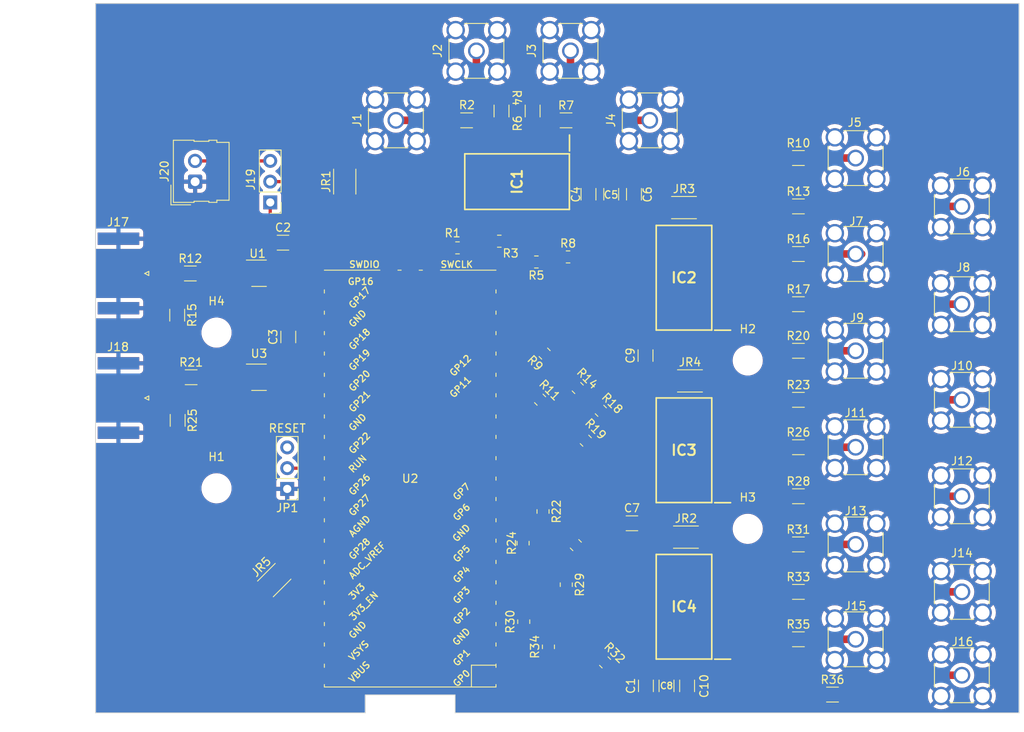
<source format=kicad_pcb>
(kicad_pcb (version 20221018) (generator pcbnew)
  (layers (0 "F.Cu" signal) (31 "B.Cu" signal) (34 "B.Paste" user) (35 "F.Paste" user) (36 "B.SilkS" user "B.Silkscreen") (37 "F.SilkS" user "F.Silkscreen") (38 "B.Mask" user) (39 "F.Mask" user) (44 "Edge.Cuts" user))
  (net 0 "")
  (net 1 "3_3V_Pico")
  (net 2 "GND")
  (net 3 "do7")
  (net 4 "do0")
  (net 5 "do15")
  (net 6 "do8")
  (net 7 "do14")
  (net 8 "do6")
  (net 9 "do9")
  (net 10 "do1")
  (net 11 "do13")
  (net 12 "do5")
  (net 13 "do10")
  (net 14 "do2")
  (net 15 "do12")
  (net 16 "do4")
  (net 17 "do3")
  (net 18 "Net-(IC1A-A0)")
  (net 20 "Net-(U2-GPIO16)")
  (net 24 "Net-(U2-GPIO20)")
  (net 38 "Net-(JP1-C)")
  (net 39 "do11")
  (net 40 "Net-(J17-In)")
  (net 41 "Net-(J18-In)")
  (net 42 "Net-(IC1A-A2)")
  (net 43 "Net-(IC1A-A4)")
  (net 44 "Net-(IC1A-A6)")
  (net 45 "Net-(IC1A-B6)")
  (net 46 "Net-(IC1A-B4)")
  (net 47 "Net-(IC1A-B2)")
  (net 48 "Net-(IC1A-B0)")
  (net 49 "Net-(IC2A-A0)")
  (net 50 "Net-(IC2A-A2)")
  (net 51 "Net-(IC2A-A4)")
  (net 52 "Net-(IC2A-A6)")
  (net 53 "Net-(IC2A-B6)")
  (net 54 "Net-(IC2A-B4)")
  (net 55 "Net-(IC2A-B2)")
  (net 56 "Net-(IC2A-B0)")
  (net 57 "Net-(IC3A-A0)")
  (net 58 "Net-(IC3A-A2)")
  (net 59 "Net-(IC3A-A4)")
  (net 60 "Net-(IC3A-A6)")
  (net 61 "Net-(IC3A-B6)")
  (net 62 "Net-(IC3A-B4)")
  (net 63 "Net-(IC3A-B2)")
  (net 64 "Net-(IC3A-B0)")
  (net 65 "Net-(IC4A-A0)")
  (net 66 "Net-(IC4A-A2)")
  (net 67 "Net-(IC4A-A4)")
  (net 68 "Net-(IC4A-A6)")
  (net 69 "Net-(IC4A-B6)")
  (net 70 "Net-(IC4A-B4)")
  (net 71 "Net-(IC4A-B2)")
  (net 72 "Net-(IC4A-B0)")
  (net 73 "Net-(R12-Pad2)")
  (net 74 "Net-(R21-Pad2)")
  (net 75 "Power  Supply")
  (net 76 "Ext. Power")
  (footprint "Resistor_SMD:R_1206_3216Metric_Pad1.30x1.75mm_HandSolder" (layer "F.Cu") (at 157.9 102.7)
    (fp_text reference "R23")
    (fp_text value "49.9")
  )
  (footprint "Capacitor_SMD:C_1206_3216Metric_Pad1.33x1.80mm_HandSolder" (layer "F.Cu") (at 137.7775 77.543 90)
    (fp_text reference "C6")
    (fp_text value "10u")
  )
  (footprint "MountingHole:MountingHole_3.2mm_M3_ISO7380" (layer "F.Cu") (at 86.699896 94.475)
    (fp_text reference "H4")
    (fp_text value "MountingHole")
  )
  (footprint "Resistor_SMD:R_1206_3216Metric_Pad1.30x1.75mm_HandSolder" (layer "F.Cu") (at 81.944 105.215 -90)
    (fp_text reference "R25")
    (fp_text value "47k")
  )
  (footprint "Resistor_SMD:R_1206_3216Metric_Pad1.30x1.75mm_HandSolder" (layer "F.Cu") (at 157.9 120.39)
    (fp_text reference "R31")
    (fp_text value "49.9")
  )
  (footprint "MountingHole:MountingHole_3.2mm_M3_ISO7380" (layer "F.Cu") (at 151.7 118.486)
    (fp_text reference "H3")
    (fp_text value "MountingHole")
  )
  (footprint "Resistor_SMD:R_0805_2012Metric_Pad1.20x1.40mm_HandSolder" (layer "F.Cu") (at 134.2448 134.8278 -45)
    (fp_text reference "R32")
    (fp_text value "10k")
  )
  (footprint "Capacitor_SMD:C_1206_3216Metric_Pad1.33x1.80mm_HandSolder" (layer "F.Cu") (at 144.281 137.7 90)
    (fp_text reference "C10")
    (fp_text value "10u")
  )
  (footprint "Resistor_SMD:R_1206_3216Metric_Pad1.30x1.75mm_HandSolder" (layer "F.Cu") (at 157.9 108.5)
    (fp_text reference "R26")
    (fp_text value "49.9")
  )
  (footprint "Connector_Coaxial:SMA_Amphenol_901-144_Vertical" (layer "F.Cu") (at 177.9 102.7 180)
    (fp_text reference "J10")
    (fp_text value "do6")
  )
  (footprint "Connector_Coaxial:SMA_Amphenol_901-144_Vertical" (layer "F.Cu") (at 177.9 91 90)
    (fp_text reference "J8")
    (fp_text value "do8")
  )
  (footprint "Resistor_SMD:R_1206_3216Metric_Pad1.30x1.75mm_HandSolder" (layer "F.Cu") (at 157.9 91)
    (fp_text reference "R17")
    (fp_text value "49.9")
  )
  (footprint "Connector_Coaxial:SMA_Amphenol_901-144_Vertical" (layer "F.Cu") (at 177.9 114.5)
    (fp_text reference "J12")
    (fp_text value "do4")
  )
  (footprint "Connector_Coaxial:SMA_Amphenol_901-144_Vertical" (layer "F.Cu") (at 108.65 68.5 90)
    (fp_text reference "J1")
    (fp_text value "do15")
  )
  (footprint "Resistor_SMD:R_0805_2012Metric_Pad1.20x1.40mm_HandSolder" (layer "F.Cu") (at 125.8374 85.8312 180)
    (fp_text reference "R5")
    (fp_text value "10k")
  )
  (footprint "Connector_Coaxial:SMA_Amphenol_132289_EdgeMount" (layer "F.Cu") (at 74.7 102.48 180)
    (fp_text reference "J18")
    (fp_text value "Ext. Clk.")
  )
  (footprint "Connector_Molex:Molex_SL_171971-0002_1x02_P2.54mm_Vertical" (layer "F.Cu") (at 84.079 76.007 90)
    (fp_text reference "J20")
    (fp_text value "EXT PWR")
  )
  (footprint "MCU_RaspberryPi_and_Boards:RPi_Pico_SMD" (layer "F.Cu") (at 110.394448 112.3375 180)
    (fp_text reference "U2")
    (fp_text value "Pico")
  )
  (footprint "Resistor_SMD:R_0805_2012Metric_Pad1.20x1.40mm_HandSolder" (layer "F.Cu") (at 121.3002 83.2912)
    (fp_text reference "R3")
    (fp_text value "10k")
  )
  (footprint "Capacitor_SMD:C_1206_3216Metric_Pad1.33x1.80mm_HandSolder" (layer "F.Cu") (at 139.241 137.7 90)
    (fp_text reference "C1")
    (fp_text value "100n")
  )
  (footprint "Resistor_SMD:R_1206_3216Metric_Pad1.30x1.75mm_HandSolder" (layer "F.Cu") (at 157.9 73.113)
    (fp_text reference "R10")
    (fp_text value "49.9")
  )
  (footprint "Resistor_SMD:R_2010_5025Metric_Pad1.40x2.65mm_HandSolder" (layer "F.Cu") (at 93.763 124.758 45)
    (fp_text reference "JR5")
    (fp_text value "0")
  )
  (footprint "Resistor_SMD:R_2010_5025Metric_Pad1.40x2.65mm_HandSolder" (layer "F.Cu") (at 143.9 79.1764)
    (fp_text reference "JR3")
    (fp_text value "0")
  )
  (footprint "Resistor_SMD:R_1206_3216Metric_Pad1.30x1.75mm_HandSolder" (layer "F.Cu") (at 157.9 79.03)
    (fp_text reference "R13")
    (fp_text value "49.9" hide)
  )
  (footprint "Resistor_SMD:R_1206_3216Metric_Pad1.30x1.75mm_HandSolder" (layer "F.Cu") (at 125.38 67.36 90)
    (fp_text reference "R6")
    (fp_text value "49.9")
  )
  (footprint "ICs:SOIC127P1032X265-20N" (layer "F.Cu") (at 143.9 128.0206 180)
    (fp_text reference "IC4")
    (fp_text value "74LVT245D,118" hide)
  )
  (footprint "Resistor_SMD:R_1206_3216Metric_Pad1.30x1.75mm_HandSolder" (layer "F.Cu") (at 117.3 68.5 180)
    (fp_text reference "R2")
    (fp_text value "49.9")
  )
  (footprint "Capacitor_SMD:C_1206_3216Metric_Pad1.33x1.80mm_HandSolder" (layer "F.Cu") (at 94.834 83.471)
    (fp_text reference "C2")
    (fp_text value "100n")
  )
  (footprint "ICs:SOIC127P1032X265-20N" (layer "F.Cu") (at 143.9 87.7616 180)
    (fp_text reference "IC2")
    (fp_text value "74LVT245D,118" hide)
  )
  (footprint "Connector_PinHeader_2.54mm:PinHeader_1x03_P2.54mm_Vertical" (layer "F.Cu") (at 95.35 113.6 180)
    (fp_text reference "JP1")
    (fp_text value "RESET")
  )
  (footprint "ICs:SOIC127P1032X265-20N" (layer "F.Cu") (at 123.4752 76 -90)
    (fp_text reference "IC1")
    (fp_text value "74LVT245D,118" hide)
  )
  (footprint "Resistor_SMD:R_1206_3216Metric_Pad1.30x1.75mm_HandSolder" (layer "F.Cu") (at 157.9 126.2)
    (fp_text reference "R33")
    (fp_text value "49.9")
  )
  (footprint "Resistor_SMD:R_1206_3216Metric_Pad1.30x1.75mm_HandSolder" (layer "F.Cu") (at 83.494448 87.2375)
    (fp_text reference "R12")
    (fp_text value "470")
  )
  (footprint "Resistor_SMD:R_0805_2012Metric_Pad1.20x1.40mm_HandSolder" (layer "F.Cu") (at 126.6502 116.362 -90)
    (fp_text reference "R22")
    (fp_text value "10k")
  )
  (footprint "Resistor_SMD:R_1206_3216Metric_Pad1.30x1.75mm_HandSolder" (layer "F.Cu") (at 162.072 138.767)
    (fp_text reference "R36")
    (fp_text value "49.9")
  )
  (footprint "Resistor_SMD:R_2010_5025Metric_Pad1.40x2.65mm_HandSolder" (layer "F.Cu") (at 144.137 119.499)
    (fp_text reference "JR2")
    (fp_text value "0")
  )
  (footprint "Resistor_SMD:R_1206_3216Metric_Pad1.30x1.75mm_HandSolder" (layer "F.Cu") (at 157.9 84.859)
    (fp_text reference "R16")
    (fp_text value "49.9" hide)
  )
  (footprint "Resistor_SMD:R_0805_2012Metric_Pad1.20x1.40mm_HandSolder" (layer "F.Cu") (at 131.8826 107.7006 -45)
    (fp_text reference "R19")
    (fp_text value "10k")
  )
  (footprint "Connector_PinHeader_2.54mm:PinHeader_1x03_P2.54mm_Vertical" (layer "F.Cu") (at 93.2715 78.54 180)
    (fp_text reference "J19")
    (fp_text value "PWR SEL")
  )
  (footprint "Capacitor_SMD:C_1206_3216Metric_Pad1.33x1.80mm_HandSolder" (layer "F.Cu") (at 141.761 137.7 90)
    (fp_text reference "C8")
    (fp_text value "1u")
  )
  (footprint "Resistor_SMD:R_1206_3216Metric_Pad1.30x1.75mm_HandSolder" (layer "F.Cu") (at 83.594448 99.9375)
    (fp_text reference "R21")
    (fp_text value "470")
  )
  (footprint "Capacitor_SMD:C_1206_3216Metric_Pad1.33x1.80mm_HandSolder" (layer "F.Cu") (at 139.192 97.286 90)
    (fp_text reference "C9")
    (fp_text value "100n")
  )
  (footprint "Connector_Coaxial:SMA_Amphenol_132289_EdgeMount" (layer "F.Cu") (at 74.7 87.2375 180)
    (fp_text reference "J17")
    (fp_text value "Ext. Trig.")
  )
  (footprint "Capacitor_SMD:C_1206_3216Metric_Pad1.33x1.80mm_HandSolder" (layer "F.Cu") (at 95.48 95.009 90)
    (fp_text reference "C3")
    (fp_text value "100n")
  )
  (footprint "Resistor_SMD:R_0805_2012Metric_Pad1.20x1.40mm_HandSolder" (layer "F.Cu") (at 124.291 129.844 90)
    (fp_text reference "R30")
    (fp_text value "10k")
  )
  (footprint "Resistor_SMD:R_1206_3216Metric_Pad1.30x1.75mm_HandSolder" (layer "F.Cu") (at 157.9 132)
    (fp_text reference "R35")
    (fp_text value "49.9")
  )
  (footprint "Resistor_SMD:R_0805_2012Metric_Pad1.20x1.40mm_HandSolder" (layer "F.Cu") (at 129.495 125.3188 -90)
    (fp_text reference "R29")
    (fp_text value "10k")
  )
  (footprint "Resistor_SMD:R_0805_2012Metric_Pad1.20x1.40mm_HandSolder" (layer "F.Cu") (at 130.899 101.255 -45)
    (fp_text reference "R14")
    (fp_text value "10k")
  )
  (footprint "ICs:SOIC127P1032X265-20N" (layer "F.Cu") (at 143.9 108.869 180)
    (fp_text reference "IC3")
    (fp_text value "74LVT245D,118" hide)
  )
  (footprint "Resistor_SMD:R_0805_2012Metric_Pad1.20x1.40mm_HandSolder" (layer "F.Cu") (at 130.6634 120.4768 -45)
    (fp_text reference "R27" hide)
    (fp_text value "10k")
  )
  (footprint "Connector_Coaxial:SMA_Amphenol_901-144_Vertical" (layer "F.Cu") (at 164.9 96.7 180)
    (fp_text reference "J9")
    (fp_text value "do7")
  )
  (footprint "Package_TO_SOT_SMD:SOT-23-5_HandSoldering" (layer "F.Cu") (at 91.9 87.211)
    (fp_text reference "U1")
    (fp_text value "74LVC1G17")
  )
  (footprint "Connector_Coaxial:SMA_Amphenol_901-144_Vertical" (layer "F.Cu") (at 177.9 126.2)
    (fp_text reference "J14")
    (fp_text value "do2")
  )
  (footprint "Connector_Coaxial:SMA_Amphenol_901-144_Vertical" (layer "F.Cu") (at 139.706 68.5 90)
    (fp_text reference "J4")
    (fp_text value "do12")
  )
  (footprint "MountingHole:MountingHole_3.2mm_M3_ISO7380" (layer "F.Cu") (at 151.7 97.886)
    (fp_text reference "H2")
    (fp_text value "MountingHole")
  )
  (footprint "Connector_Coaxial:SMA_Amphenol_901-144_Vertical" (layer "F.Cu") (at 118.5 60 90)
    (fp_text reference "J2")
    (fp_text value "do14")
  )
  (footprint "Resistor_SMD:R_0805_2012Metric_Pad1.20x1.40mm_HandSolder" (layer "F.Cu") (at 126.847107 97.043107 135)
    (fp_text reference "R9")
    (fp_text value "10k")
  )
  (footprint "Resistor_SMD:R_2010_5025Metric_Pad1.40x2.65mm_HandSolder" (layer "F.Cu") (at 102.387 76 90)
    (fp_text reference "JR1")
    (fp_text value "0")
  )
  (footprint "Resistor_SMD:R_0805_2012Metric_Pad1.20x1.40mm_HandSolder" (layer "F.Cu") (at 124.2118 120.2388 90)
    (fp_text reference "R24")
    (fp_text value "10k")
  )
  (footprint "Connector_Coaxial:SMA_Amphenol_901-144_Vertical" (layer "F.Cu") (at 177.9 136.4)
    (fp_text reference "J16")
    (fp_text value "do0")
  )
  (footprint "Resistor_SMD:R_0805_2012Metric_Pad1.20x1.40mm_HandSolder" (layer "F.Cu") (at 126.29 102.684 -45)
    (fp_text reference "R11")
    (fp_text value "10k")
  )
  (footprint "Resistor_SMD:R_1206_3216Metric_Pad1.30x1.75mm_HandSolder" (layer "F.Cu") (at 81.887 92.338 -90)
    (fp_text reference "R15")
    (fp_text value "47k")
  )
  (footprint "Connector_Coaxial:SMA_Amphenol_901-144_Vertical" (layer "F.Cu") (at 130.01 60 90)
    (fp_text reference "J3")
    (fp_text value "do13")
  )
  (footprint "Resistor_SMD:R_0805_2012Metric_Pad1.20x1.40mm_HandSolder" (layer "F.Cu") (at 116.1854 84.104 180)
    (fp_text reference "R1")
    (fp_text value "10k")
  )
  (footprint "Connector_Coaxial:SMA_Amphenol_901-144_Vertical" (layer "F.Cu") (at 164.9 73.121 90)
    (fp_text reference "J5")
    (fp_text value "do11")
  )
  (footprint "Resistor_SMD:R_1206_3216Metric_Pad1.30x1.75mm_HandSolder" (layer "F.Cu") (at 157.9 114.5)
    (fp_text reference "R28")
    (fp_text value "49.9")
  )
  (footprint "MountingHole:MountingHole_3.2mm_M3_ISO7380" (layer "F.Cu") (at 86.699896 113.525)
    (fp_text reference "H1")
    (fp_text value "MountingHole")
  )
  (footprint "Resistor_SMD:R_1206_3216Metric_Pad1.30x1.75mm_HandSolder" (layer "F.Cu") (at 157.9 96.7)
    (fp_text reference "R20")
    (fp_text value "49.9")
  )
  (footprint "Resistor_SMD:R_0805_2012Metric_Pad1.20x1.40mm_HandSolder" (layer "F.Cu") (at 127.3106 132.9228 90)
    (fp_text reference "R34")
    (fp_text value "10k")
  )
  (footprint "Connector_Coaxial:SMA_Amphenol_901-144_Vertical" (layer "F.Cu") (at 177.9 79.03 90)
    (fp_text reference "J6")
    (fp_text value "do10")
  )
  (footprint "Connector_Coaxial:SMA_Amphenol_901-144_Vertical" (layer "F.Cu") (at 164.9 120.39)
    (fp_text reference "J13")
    (fp_text value "do3")
  )
  (footprint "Resistor_SMD:R_1206_3216Metric_Pad1.30x1.75mm_HandSolder" (layer "F.Cu") (at 129.47 68.5)
    (fp_text reference "R7")
    (fp_text value "49.9")
  )
  (footprint "Package_TO_SOT_SMD:SOT-23-5_HandSoldering" (layer "F.Cu") (at 91.9 99.9375)
    (fp_text reference "U3")
    (fp_text value "74LVC1G34")
  )
  (footprint "Resistor_SMD:R_0805_2012Metric_Pad1.20x1.40mm_HandSolder" (layer "F.Cu") (at 129.715 85.212)
    (fp_text reference "R8")
    (fp_text value "10k")
  )
  (footprint "Capacitor_SMD:C_1206_3216Metric_Pad1.33x1.80mm_HandSolder" (layer "F.Cu") (at 137.531 117.806)
    (fp_text reference "C7")
    (fp_text value "100n")
  )
  (footprint "Capacitor_SMD:C_1206_3216Metric_Pad1.33x1.80mm_HandSolder" (layer "F.Cu") (at 134.995 77.543 90)
    (fp_text reference "C5")
    (fp_text value "1u")
  )
  (footprint "Connector_Coaxial:SMA_Amphenol_901-144_Vertical" (layer "F.Cu") (at 164.9 108.5)
    (fp_text reference "J11")
    (fp_text value "do5")
  )
  (footprint "Connector_Coaxial:SMA_Amphenol_901-144_Vertical" (layer "F.Cu") (at 164.9 84.851 90)
    (fp_text reference "J7")
    (fp_text value "do9")
  )
  (footprint "Capacitor_SMD:C_1206_3216Metric_Pad1.33x1.80mm_HandSolder" (layer "F.Cu") (at 132.2125 77.543 90)
    (fp_text reference "C4")
    (fp_text value "100n")
  )
  (footprint "Resistor_SMD:R_0805_2012Metric_Pad1.20x1.40mm_HandSolder" (layer "F.Cu") (at 133.723 104.042 135)
    (fp_text reference "R18")
    (fp_text value "10k")
  )
  (footprint "Connector_Coaxial:SMA_Amphenol_901-144_Vertical" (layer "F.Cu") (at 164.9 132)
    (fp_text reference "J15")
    (fp_text value "do1")
  )
  (footprint "Resistor_SMD:R_1206_3216Metric_Pad1.30x1.75mm_HandSolder" (layer "F.Cu") (at 121.5702 67.36 90)
    (fp_text reference "R4")
    (fp_text value "49.9")
  )
  (footprint "Resistor_SMD:R_2010_5025Metric_Pad1.40x2.65mm_HandSolder" (layer "F.Cu") (at 144.63 100.384)
    (fp_text reference "JR4")
    (fp_text value "0")
  )
  (gr_line (start 71.9 141) (end 71.9 54.2) (stroke (width 0.1)) (layer "Edge.Cuts"))
  (gr_line (start 115.9 138.8) (end 104.9 138.8) (stroke (width 0.1)) (layer "Edge.Cuts"))
  (gr_line (start 115.9 141) (end 115.9 138.8) (stroke (width 0.1)) (layer "Edge.Cuts"))
  (gr_line (start 71.9 141) (end 104.9 141) (stroke (width 0.1)) (layer "Edge.Cuts"))
  (gr_line (start 184.9 54.2) (end 71.9 54.2) (stroke (width 0.1)) (layer "Edge.Cuts"))
  (gr_line (start 184.9 141) (end 184.9 54.2) (stroke (width 0.1)) (layer "Edge.Cuts"))
  (gr_line (start 115.9 141) (end 184.9 141) (stroke (width 0.1)) (layer "Edge.Cuts"))
  (gr_line (start 104.9 138.8) (end 104.9 141) (stroke (width 0.1)) (layer "Edge.Cuts"))
  (segment (start 95.0775 98.9875) (end 93.25 98.9875) (width 0.4) (layer "F.Cu") (net 1))
  (segment (start 92.073 86.261) (end 91.9 86.434) (width 0.4) (layer "F.Cu") (net 1))
  (segment (start 93.25 86.261) (end 92.073 86.261) (width 0.4) (layer "F.Cu") (net 1))
  (segment (start 93.25 98.9875) (end 91.9665 98.9875) (width 0.4) (layer "F.Cu") (net 1))
  (segment (start 93.2715 86.2395) (end 93.25 86.261) (width 0.4) (layer "F.Cu") (net 1))
  (segment (start 95.294448 126.3375) (end 91.9 122.943052) (width 0.4) (layer "F.Cu") (net 1))
  (segment (start 101.474448 126.3375) (end 95.294448 126.3375) (width 0.4) (layer "F.Cu") (net 1))
  (segment (start 91.9 122.943052) (end 91.9 98.921) (width 0.4) (layer "F.Cu") (net 1))
  (segment (start 93.2715 78.54) (end 93.2715 86.2395) (width 0.4) (layer "F.Cu") (net 1))
  (segment (start 95.48 96.5715) (end 95.48 98.585) (width 0.4) (layer "F.Cu") (net 1))
  (segment (start 95.48 98.585) (end 95.0775 98.9875) (width 0.4) (layer "F.Cu") (net 1))
  (segment (start 91.9 86.434) (end 91.9 98.921) (width 0.4) (layer "F.Cu") (net 1))
  (segment (start 101.504448 126.3075) (end 101.474448 126.3375) (width 0.4) (layer "F.Cu") (net 1))
  (segment (start 122.803 125.028) (end 117.515 125.028) (width 0.2) (layer "F.Cu") (net 2))
  (segment (start 122.388 99.635) (end 117.917 99.635) (width 0.2) (layer "F.Cu") (net 2))
  (segment (start 122.542 112.323) (end 117.868 112.323) (width 0.2) (layer "F.Cu") (net 2))
  (segment (start 159.45 96.7) (end 164.9 96.7) (width 0.93) (layer "F.Cu") (net 3))
  (segment (start 177.898 136.398) (end 177.9 136.4) (width 0.93) (layer "F.Cu") (net 4))
  (segment (start 163.622 138.767) (end 168.881 138.767) (width 0.93) (layer "F.Cu") (net 4))
  (segment (start 171.25 136.398) (end 177.898 136.398) (width 0.93) (layer "F.Cu") (net 4))
  (segment (start 168.881 138.767) (end 171.25 136.398) (width 0.93) (layer "F.Cu") (net 4))
  (segment (start 115.75 68.5) (end 108.65 68.5) (width 0.93) (layer "F.Cu") (net 5))
  (segment (start 159.45 91) (end 177.9 91) (width 0.93) (layer "F.Cu") (net 6))
  (segment (start 119.881 65.81) (end 118.5 64.429) (width 0.93) (layer "F.Cu") (net 7))
  (segment (start 121.5702 65.81) (end 119.881 65.81) (width 0.93) (layer "F.Cu") (net 7))
  (segment (start 118.5 64.429) (end 118.5 60) (width 0.93) (layer "F.Cu") (net 7))
  (segment (start 159.45 102.7) (end 177.9 102.7) (width 0.93) (layer "F.Cu") (net 8))
  (segment (start 162.161 84.851) (end 165.643 84.851) (width 0.93) (layer "F.Cu") (net 9))
  (segment (start 160.022 84.859) (end 162.031 84.859) (width 0.93) (layer "F.Cu") (net 9))
  (segment (start 159.45 132) (end 164.9 132) (width 0.93) (layer "F.Cu") (net 10))
  (segment (start 130.01 60) (end 130.01 63.84) (width 0.93) (layer "F.Cu") (net 11))
  (segment (start 130.01 63.84) (end 128.04 65.81) (width 0.93) (layer "F.Cu") (net 11))
  (segment (start 128.04 65.81) (end 125.38 65.81) (width 0.93) (layer "F.Cu") (net 11))
  (segment (start 159.45 108.5) (end 164.9 108.5) (width 0.93) (layer "F.Cu") (net 12))
  (segment (start 159.45 79.03) (end 177.9 79.03) (width 0.93) (layer "F.Cu") (net 13))
  (segment (start 159.45 126.2) (end 177.9 126.2) (width 0.93) (layer "F.Cu") (net 14))
  (segment (start 131.02 68.5) (end 139.706 68.5) (width 0.93) (layer "F.Cu") (net 15))
  (segment (start 177.9 114.5) (end 159.45 114.5) (width 0.93) (layer "F.Cu") (net 16))
  (segment (start 159.55 120.39) (end 164.722 120.39) (width 0.93) (layer "F.Cu") (net 17))
  (segment (start 127.9202 71.275) (end 127.9202 68.5002) (width 0.4) (layer "F.Cu") (net 18))
  (segment (start 127.9202 71.275) (end 126.6502 71.275) (width 0.4) (layer "F.Cu") (net 18))
  (segment (start 101.484448 88.1875) (end 93.3225 88.1875) (width 0.4) (layer "F.Cu") (net 20))
  (segment (start 93.3225 88.1875) (end 93.296 88.161) (width 0.4) (layer "F.Cu") (net 20))
  (segment (start 101.504448 88.2075) (end 101.484448 88.1875) (width 0.4) (layer "F.Cu") (net 20))
  (segment (start 101.484448 100.8875) (end 93.25 100.8875) (width 0.4) (layer "F.Cu") (net 24))
  (segment (start 101.504448 100.9075) (end 101.484448 100.8875) (width 0.4) (layer "F.Cu") (net 24))
  (segment (start 95.362 111.072) (end 101.499948 111.072) (width 0.4) (layer "F.Cu") (net 38))
  (segment (start 101.504448 111.0675) (end 101.497748 111.0742) (width 0.4) (layer "F.Cu") (net 38))
  (segment (start 101.499948 111.072) (end 101.504448 111.0675) (width 0.4) (layer "F.Cu") (net 38))
  (segment (start 95.35 111.06) (end 95.362 111.072) (width 0.4) (layer "F.Cu") (net 38))
  (segment (start 159.543 73.113) (end 164.606 73.113) (width 0.93) (layer "F.Cu") (net 39))
  (segment (start 164.606 73.113) (end 164.614 73.121) (width 0.4) (layer "F.Cu") (net 39))
  (segment (start 75.694448 87.2375) (end 81.944448 87.2375) (width 0.4) (layer "F.Cu") (net 40))
  (segment (start 81.887 90.788) (end 81.887 87.294948) (width 0.4) (layer "F.Cu") (net 40))
  (segment (start 81.887 87.294948) (end 81.944448 87.2375) (width 0.4) (layer "F.Cu") (net 40))
  (segment (start 80.5325 99.9375) (end 82.044448 99.9375) (width 0.4) (layer "F.Cu") (net 41))
  (segment (start 82.044448 103.564552) (end 81.944 103.665) (width 0.4) (layer "F.Cu") (net 41))
  (segment (start 82.044448 99.9375) (end 82.044448 103.564552) (width 0.4) (layer "F.Cu") (net 41))
  (segment (start 75.664448 102.48) (end 77.99 102.48) (width 0.4) (layer "F.Cu") (net 41))
  (segment (start 77.99 102.48) (end 80.5325 99.9375) (width 0.4) (layer "F.Cu") (net 41))
  (segment (start 125.38 68.91) (end 125.38 71.2748) (width 0.4) (layer "F.Cu") (net 42))
  (segment (start 125.3802 71.275) (end 124.1102 71.275) (width 0.4) (layer "F.Cu") (net 42))
  (segment (start 125.38 71.2748) (end 125.3802 71.275) (width 0.4) (layer "F.Cu") (net 42))
  (segment (start 121.5702 71.275) (end 122.8402 71.275) (width 0.4) (layer "F.Cu") (net 43))
  (segment (start 121.5702 68.9662) (end 121.5702 71.275) (width 0.4) (layer "F.Cu") (net 43))
  (segment (start 119.0302 71.275) (end 119.0302 68.6802) (width 0.4) (layer "F.Cu") (net 44))
  (segment (start 119.0302 71.275) (end 120.3002 71.275) (width 0.4) (layer "F.Cu") (net 44))
  (segment (start 119.0302 68.6802) (end 118.85 68.5) (width 0.4) (layer "F.Cu") (net 44))
  (segment (start 117.121 83.4986) (end 117.7602 82.8594) (width 0.4) (layer "F.Cu") (net 45))
  (segment (start 117.7602 82.8594) (end 117.7602 80.725) (width 0.4) (layer "F.Cu") (net 45))
  (segment (start 117.5335 88.2075) (end 117.121 87.795) (width 0.4) (layer "F.Cu") (net 45))
  (segment (start 117.7602 80.725) (end 119.0302 80.725) (width 0.4) (layer "F.Cu") (net 45))
  (segment (start 119.284448 88.2075) (end 117.5335 88.2075) (width 0.4) (layer "F.Cu") (net 45))
  (segment (start 117.121 87.795) (end 117.121 83.4986) (width 0.4) (layer "F.Cu") (net 45))
  (segment (start 122.9672 90.3328) (end 122.9672 87.0758) (width 0.4) (layer "F.Cu") (net 46))
  (segment (start 122.5525 90.7475) (end 122.9672 90.3328) (width 0.4) (layer "F.Cu") (net 46))
  (segment (start 120.3002 80.725) (end 121.5702 80.725) (width 0.4) (layer "F.Cu") (net 46))
  (segment (start 120.3002 84.4088) (end 120.3002 80.725) (width 0.4) (layer "F.Cu") (net 46))
  (segment (start 122.9672 87.0758) (end 120.3002 84.4088) (width 0.4) (layer "F.Cu") (net 46))
  (segment (start 119.284448 90.7475) (end 122.5525 90.7475) (width 0.4) (layer "F.Cu") (net 46))
  (segment (start 122.4075 95.8275) (end 119.284448 95.8275) (width 0.4) (layer "F.Cu") (net 47))
  (segment (start 124.1102 82.4022) (end 126.7518 85.0438) (width 0.4) (layer "F.Cu") (net 47))
  (segment (start 124.1102 80.725) (end 124.1102 82.4022) (width 0.4) (layer "F.Cu") (net 47))
  (segment (start 126.7518 85.0438) (end 126.7518 91.4832) (width 0.4) (layer "F.Cu") (net 47))
  (segment (start 126.7518 91.4832) (end 122.4075 95.8275) (width 0.4) (layer "F.Cu") (net 47))
  (segment (start 122.8402 80.725) (end 124.1102 80.725) (width 0.4) (layer "F.Cu") (net 47))
  (segment (start 126.6502 82.1736) (end 128.6728 84.1962) (width 0.4) (layer "F.Cu") (net 48))
  (segment (start 128.6728 84.1962) (end 128.6728 91.7992) (width 0.4) (layer "F.Cu") (net 48))
  (segment (start 125.3802 80.725) (end 126.6502 80.725) (width 0.4) (layer "F.Cu") (net 48))
  (segment (start 128.6728 91.7992) (end 122.1045 98.3675) (width 0.4) (layer "F.Cu") (net 48))
  (segment (start 126.6502 80.725) (end 126.6502 82.1736) (width 0.4) (layer "F.Cu") (net 48))
  (segment (start 122.1045 98.3675) (end 119.284448 98.3675) (width 0.4) (layer "F.Cu") (net 48))
  (segment (start 148.625 92.2066) (end 152.4064 92.2066) (width 0.4) (layer "F.Cu") (net 49))
  (segment (start 148.625 90.9366) (end 148.625 92.2066) (width 0.4) (layer "F.Cu") (net 49))
  (segment (start 153.613 91) (end 156.35 91) (width 0.4) (layer "F.Cu") (net 49))
  (segment (start 152.4064 92.2066) (end 153.613 91) (width 0.4) (layer "F.Cu") (net 49))
  (segment (start 148.625 89.6666) (end 150.4444 89.6666) (width 0.4) (layer "F.Cu") (net 50))
  (segment (start 150.4444 89.6666) (end 155.252 84.859) (width 0.4) (layer "F.Cu") (net 50))
  (segment (start 155.252 84.859) (end 156.35 84.859) (width 0.4) (layer "F.Cu") (net 50))
  (segment (start 148.625 88.3966) (end 148.625 89.6666) (width 0.4) (layer "F.Cu") (net 50))
  (segment (start 156.35 80.3336) (end 156.35 79.03) (width 0.4) (layer "F.Cu") (net 51))
  (segment (start 148.625 85.8566) (end 150.827 85.8566) (width 0.4) (layer "F.Cu") (net 51))
  (segment (start 148.625 85.8566) (end 148.625 87.1266) (width 0.4) (layer "F.Cu") (net 51))
  (segment (start 150.827 85.8566) (end 156.35 80.3336) (width 0.4) (layer "F.Cu") (net 51))
  (segment (start 156.35 73.113) (end 155.142 73.113) (width 0.4) (layer "F.Cu") (net 52))
  (segment (start 149.8054 83.3166) (end 148.625 83.3166) (width 0.4) (layer "F.Cu") (net 52))
  (segment (start 155.142 73.113) (end 153.744 74.511) (width 0.4) (layer "F.Cu") (net 52))
  (segment (start 148.625 84.5866) (end 148.625 83.3166) (width 0.4) (layer "F.Cu") (net 52))
  (segment (start 153.744 79.378) (end 149.8054 83.3166) (width 0.4) (layer "F.Cu") (net 52))
  (segment (start 153.744 74.511) (end 153.744 79.378) (width 0.4) (layer "F.Cu") (net 52))
  (segment (start 124.396928 100.9075) (end 127.554214 97.750214) (width 0.4) (layer "F.Cu") (net 53))
  (segment (start 137.7246 82.0466) (end 131.175 88.5962) (width 0.4) (layer "F.Cu") (net 53))
  (segment (start 131.175 94.129428) (end 127.554214 97.750214) (width 0.4) (layer "F.Cu") (net 53))
  (segment (start 139.3242 83.3166) (end 139.3242 82.0466) (width 0.4) (layer "F.Cu") (net 53))
  (segment (start 131.175 88.5962) (end 131.175 94.129428) (width 0.4) (layer "F.Cu") (net 53))
  (segment (start 119.284448 100.9075) (end 124.396928 100.9075) (width 0.4) (layer "F.Cu") (net 53))
  (segment (start 139.3242 82.0466) (end 137.7246 82.0466) (width 0.4) (layer "F.Cu") (net 53))
  (segment (start 125.668307 101.976893) (end 132.839 94.8062) (width 0.4) (layer "F.Cu") (net 54))
  (segment (start 119.284448 103.4475) (end 124.112286 103.4475) (width 0.4) (layer "F.Cu") (net 54))
  (segment (start 132.839 89.4214) (end 137.3436 84.9168) (width 0.4) (layer "F.Cu") (net 54))
  (segment (start 124.112286 103.4475) (end 125.582893 101.976893) (width 0.4) (layer "F.Cu") (net 54))
  (segment (start 137.3436 84.8914) (end 137.6484 84.5866) (width 0.4) (layer "F.Cu") (net 54))
  (segment (start 137.3436 84.9168) (end 137.3436 84.8914) (width 0.4) (layer "F.Cu") (net 54))
  (segment (start 125.582893 101.976893) (end 125.668307 101.976893) (width 0.4) (layer "F.Cu") (net 54))
  (segment (start 132.839 94.8062) (end 132.839 89.4214) (width 0.4) (layer "F.Cu") (net 54))
  (segment (start 137.6484 84.5866) (end 139.3242 84.5866) (width 0.4) (layer "F.Cu") (net 54))
  (segment (start 139.3242 84.5866) (end 139.3242 85.8566) (width 0.4) (layer "F.Cu") (net 54))
  (segment (start 125.0755 108.5275) (end 132.67 100.933) (width 0.4) (layer "F.Cu") (net 55))
  (segment (start 119.284448 108.5275) (end 125.0755 108.5275) (width 0.4) (layer "F.Cu") (net 55))
  (segment (start 132.67 99.154) (end 134.632 97.192) (width 0.4) (layer "F.Cu") (net 55))
  (segment (start 132.67 100.933) (end 132.67 99.154) (width 0.4) (layer "F.Cu") (net 55))
  (segment (start 134.632 97.192) (end 134.632 91.8188) (width 0.4) (layer "F.Cu") (net 55))
  (segment (start 139.175 88.3966) (end 138.0542 88.3966) (width 0.4) (layer "F.Cu") (net 55))
  (segment (start 139.175 87.1266) (end 139.175 88.3966) (width 0.4) (layer "F.Cu") (net 55))
  (segment (start 138.0542 88.3966) (end 134.632 91.8188) (width 0.4) (layer "F.Cu") (net 55))
  (segment (start 119.284448 111.0675) (end 125.2415 111.0675) (width 0.4) (layer "F.Cu") (net 56))
  (segment (start 136.06 98.7734) (end 136.06 92.4234) (width 0.4) (layer "F.Cu") (net 56))
  (segment (start 139.3242 90.9366) (end 139.3242 89.6666) (width 0.4) (layer "F.Cu") (net 56))
  (segment (start 137.5468 90.9366) (end 139.3242 90.9366) (width 0.4) (layer "F.Cu") (net 56))
  (segment (start 136.06 92.4234) (end 137.5468 90.9366) (width 0.4) (layer "F.Cu") (net 56))
  (segment (start 134.1952 102.1138) (end 134.1952 100.6382) (width 0.4) (layer "F.Cu") (net 56))
  (segment (start 134.1952 100.6382) (end 136.06 98.7734) (width 0.4) (layer "F.Cu") (net 56))
  (segment (start 125.2415 111.0675) (end 134.1952 102.1138) (width 0.4) (layer "F.Cu") (net 56))
  (segment (start 148.625 112.044) (end 148.625 113.314) (width 0.4) (layer "F.Cu") (net 57))
  (segment (start 153.7188 114.5) (end 156.35 114.5) (width 0.4) (layer "F.Cu") (net 57))
  (segment (start 148.625 113.314) (end 152.5328 113.314) (width 0.4) (layer "F.Cu") (net 57))
  (segment (start 152.5328 113.314) (end 153.7188 114.5) (width 0.4) (layer "F.Cu") (net 57))
  (segment (start 148.625 109.504) (end 148.625 110.774) (width 0.4) (layer "F.Cu") (net 58))
  (segment (start 156.429 108.528) (end 155.102 108.528) (width 0.4) (layer "F.Cu") (net 58))
  (segment (start 152.856 110.774) (end 148.625 110.774) (width 0.4) (layer "F.Cu") (net 58))
  (segment (start 155.102 108.528) (end 152.856 110.774) (width 0.4) (layer "F.Cu") (net 58))
  (segment (start 148.625 106.964) (end 153.385 106.964) (width 0.4) (layer "F.Cu") (net 59))
  (segment (start 153.385 106.964) (end 156.35 103.999) (width 0.4) (layer "F.Cu") (net 59))
  (segment (start 148.625 106.964) (end 148.625 108.234) (width 0.4) (layer "F.Cu") (net 59))
  (segment (start 156.35 103.999) (end 156.35 102.7) (width 0.4) (layer "F.Cu") (net 59))
  (segment (start 156.35 98.662) (end 156.35 96.7) (width 0.4) (layer "F.Cu") (net 60))
  (segment (start 148.625 104.424) (end 148.625 105.694) (width 0.4) (layer "F.Cu") (net 60))
  (segment (start 148.625 104.424) (end 150.588 104.424) (width 0.4) (layer "F.Cu") (net 60))
  (segment (start 150.588 104.424) (end 156.35 98.662) (width 0.4) (layer "F.Cu") (net 60))
  (segment (start 139.175 103.154) (end 139.175 104.424) (width 0.4) (layer "F.Cu") (net 61))
  (segment (start 127.3219 113.6075) (end 119.284448 113.6075) (width 0.4) (layer "F.Cu") (net 61))
  (segment (start 137.7754 103.154) (end 127.3219 113.6075) (width 0.4) (layer "F.Cu") (net 61))
  (segment (start 139.175 103.154) (end 137.7754 103.154) (width 0.4) (layer "F.Cu") (net 61))
  (segment (start 119.388948 116.252) (end 124.08 116.252) (width 0.4) (layer "F.Cu") (net 62))
  (segment (start 139.175 105.694) (end 139.175 106.964) (width 0.4) (layer "F.Cu") (net 62))
  (segment (start 137.9786 105.694) (end 139.175 105.694) (width 0.4) (layer "F.Cu") (net 62))
  (segment (start 119.284448 116.1475) (end 119.388948 116.252) (width 0.4) (layer "F.Cu") (net 62))
  (segment (start 124.08 116.252) (end 125.0368 115.2952) (width 0.4) (layer "F.Cu") (net 62))
  (segment (start 128.3774 115.2952) (end 137.9786 105.694) (width 0.4) (layer "F.Cu") (net 62))
  (segment (start 125.0368 115.2952) (end 128.3774 115.2952) (width 0.4) (layer "F.Cu") (net 62))
  (segment (start 139.175 109.504) (end 139.175 108.234) (width 0.4) (layer "F.Cu") (net 63))
  (segment (start 139.175 109.504) (end 137.877 109.504) (width 0.4) (layer "F.Cu") (net 63))
  (segment (start 126.1535 121.2275) (end 119.284448 121.2275) (width 0.4) (layer "F.Cu") (net 63))
  (segment (start 137.877 109.504) (end 126.1535 121.2275) (width 0.4) (layer "F.Cu") (net 63))
  (segment (start 126.0519 123.7675) (end 119.284448 123.7675) (width 0.4) (layer "F.Cu") (net 64))
  (segment (start 139.175 112.044) (end 137.7754 112.044) (width 0.4) (layer "F.Cu") (net 64))
  (segment (start 137.7754 112.044) (end 126.0519 123.7675) (width 0.4) (layer "F.Cu") (net 64))
  (segment (start 139.175 110.774) (end 139.175 112.044) (width 0.4) (layer "F.Cu") (net 64))
  (segment (start 148.6218 132.4656) (end 148.6218 131.1956) (width 0.4) (layer "F.Cu") (net 65))
  (segment (start 156.8382 138.5998) (end 150.704 132.4656) (width 0.4) (layer "F.Cu") (net 65))
  (segment (start 157.0054 138.767) (end 156.8382 138.5998) (width 0.4) (layer "F.Cu") (net 65))
  (segment (start 150.704 132.4656) (end 148.625 132.4656) (width 0.4) (layer "F.Cu") (net 65))
  (segment (start 160.522 138.767) (end 157.0054 138.767) (width 0.4) (layer "F.Cu") (net 65))
  (segment (start 155.039 132) (end 156.35 132) (width 0.4) (layer "F.Cu") (net 66))
  (segment (start 148.6218 129.9256) (end 148.6218 128.6556) (width 0.4) (layer "F.Cu") (net 66))
  (segment (start 152.9646 129.9256) (end 155.039 132) (width 0.4) (layer "F.Cu") (net 66))
  (segment (start 148.625 129.9256) (end 152.9646 129.9256) (width 0.4) (layer "F.Cu") (net 66))
  (segment (start 148.625 126.1156) (end 156.2656 126.1156) (width 0.4) (layer "F.Cu") (net 67))
  (segment (start 156.2656 126.1156) (end 156.35 126.2) (width 0.4) (layer "F.Cu") (net 67))
  (segment (start 148.6218 127.3856) (end 148.6218 126.1156) (width 0.4) (layer "F.Cu") (net 67))
  (segment (start 148.6218 124.8456) (end 148.6218 123.5756) (width 0.4) (layer "F.Cu") (net 68))
  (segment (start 152.3084 123.5756) (end 148.625 123.5756) (width 0.4) (layer "F.Cu") (net 68))
  (segment (start 156.45 120.39) (end 155.494 120.39) (width 0.4) (layer "F.Cu") (net 68))
  (segment (start 155.494 120.39) (end 152.3084 123.5756) (width 0.4) (layer "F.Cu") (net 68))
  (segment (start 139.1718 123.5756) (end 139.1718 122.3056) (width 0.4) (layer "F.Cu") (net 69))
  (segment (start 139.175 122.3056) (end 136.0877 122.3056) (width 0.4) (layer "F.Cu") (net 69))
  (segment (start 119.284448 126.3075) (end 132.0858 126.3075) (width 0.4) (layer "F.Cu") (net 69))
  (segment (start 136.0877 122.3056) (end 132.0858 126.3075) (width 0.4) (layer "F.Cu") (net 69))
  (segment (start 139.175 124.8456) (end 136.7086 124.8456) (width 0.4) (layer "F.Cu") (net 70))
  (segment (start 139.1718 124.8456) (end 139.1718 126.1156) (width 0.4) (layer "F.Cu") (net 70))
  (segment (start 132.7067 128.8475) (end 119.284448 128.8475) (width 0.4) (layer "F.Cu") (net 70))
  (segment (start 136.7086 124.8456) (end 132.7067 128.8475) (width 0.4) (layer "F.Cu") (net 70))
  (segment (start 135.6672 128.6556) (end 130.3953 133.9275) (width 0.4) (layer "F.Cu") (net 71))
  (segment (start 139.175 128.6556) (end 135.6672 128.6556) (width 0.4) (layer "F.Cu") (net 71))
  (segment (start 139.1718 127.3856) (end 139.1718 128.6556) (width 0.4) (layer "F.Cu") (net 71))
  (segment (start 127.3106 133.9228) (end 130.3906 133.9228) (width 0.4) (layer "F.Cu") (net 71))
  (segment (start 130.3906 133.9228) (end 130.3953 133.9275) (width 0.4) (layer "F.Cu") (net 71))
  (segment (start 119.284448 133.9275) (end 119.289148 133.9228) (width 0.4) (layer "F.Cu") (net 71))
  (segment (start 119.289148 133.9228) (end 127.3106 133.9228) (width 0.4) (layer "F.Cu") (net 71))
  (segment (start 139.1718 129.9256) (end 139.1718 131.1956) (width 0.4) (layer "F.Cu") (net 72))
  (segment (start 136.5562 131.1956) (end 139.175 131.1956) (width 0.4) (layer "F.Cu") (net 72))
  (segment (start 131.2843 136.4675) (end 136.5054 131.2464) (width 0.4) (layer "F.Cu") (net 72))
  (segment (start 119.284448 136.4675) (end 131.2843 136.4675) (width 0.4) (layer "F.Cu") (net 72))
  (segment (start 90.5695 87.2375) (end 85.044448 87.2375) (width 0.4) (layer "F.Cu") (net 73))
  (segment (start 90.55 99.9375) (end 85.144448 99.9375) (width 0.4) (layer "F.Cu") (net 74))
  (segment (start 139.175 114.584) (end 139.175 117.7245) (width 0.4) (layer "F.Cu") (net 75))
  (segment (start 142.484 76) (end 143.9 77.416) (width 0.4) (layer "F.Cu") (net 75))
  (segment (start 139.175 93.4766) (end 139.175 95.7065) (width 0.4) (layer "F.Cu") (net 75))
  (segment (start 93.2715 76) (end 129.74 76) (width 0.4) (layer "F.Cu") (net 75))
  (segment (start 129.2918 76) (end 129.74 76) (width 0.4) (layer "F.Cu") (net 75))
  (segment (start 139.175 117.7245) (end 139.0935 117.806) (width 0.4) (layer "F.Cu") (net 75))
  (segment (start 143.9 132.931) (end 143.0954 133.7356) (width 0.4) (layer "F.Cu") (net 75))
  (segment (start 139.295 133.8556) (end 139.175 133.7356) (width 0.4) (layer "F.Cu") (net 75))
  (segment (start 129.2918 76) (end 129.1902 76.1016) (width 0.4) (layer "F.Cu") (net 75))
  (segment (start 139.175 93.4766) (end 143.9 93.4766) (width 0.4) (layer "F.Cu") (net 75))
  (segment (start 139.295 135.631) (end 139.295 133.8556) (width 0.4) (layer "F.Cu") (net 75))
  (segment (start 143.0954 133.7356) (end 139.175 133.7356) (width 0.4) (layer "F.Cu") (net 75))
  (segment (start 129.74 76) (end 142.484 76) (width 0.4) (layer "F.Cu") (net 75))
  (segment (start 129.1902 76.1016) (end 129.1902 80.725) (width 0.4) (layer "F.Cu") (net 75))
  (segment (start 139.175 95.7065) (end 139.192 95.7235) (width 0.4) (layer "F.Cu") (net 75))
  (segment (start 143.777 114.584) (end 139.175 114.584) (width 0.4) (layer "F.Cu") (net 75))
  (segment (start 139.241 136.1375) (end 144.281 136.1375) (width 0.4) (layer "F.Cu") (net 75))
  (segment (start 143.9 77.416) (end 143.9 132.931) (width 0.4) (layer "F.Cu") (net 75))
  (segment (start 84.079 73.467) (end 93.2645 73.467) (width 0.4) (layer "F.Cu") (net 76))
  (segment (start 93.2645 73.467) (end 93.2715 73.46) (width 0.4) (layer "F.Cu") (net 76))
  (zone (net 0) (net_name "") (layer "F.Cu") (connect_pads (clearance 0)) (min_thickness 0.25)
    (keepout (tracks not_allowed) (vias not_allowed) (pads not_allowed) (copperpour not_allowed) (footprints allowed))
    (fill (thermal_gap 0.5) (thermal_bridge_width 0.5))
    (polygon (pts (xy 106.094448 123.5375) (xy 106.094448 137.6375) (xy 114.494448 137.6375) (xy 114.494448 123.5375)))
  )
  (zone (net 2) (net_name "GND") (layers "F&B.Cu") (connect_pads (clearance 0.5)) (min_thickness 0.25) (fill yes (thermal_gap 0.5) (thermal_bridge_width 0.5))
    (polygon (pts (xy 67.3412 53.7764) (xy 67.3412 141.4064) (xy 185.5274 141.4318) (xy 185.4512 53.7764)))
  )
)
</source>
